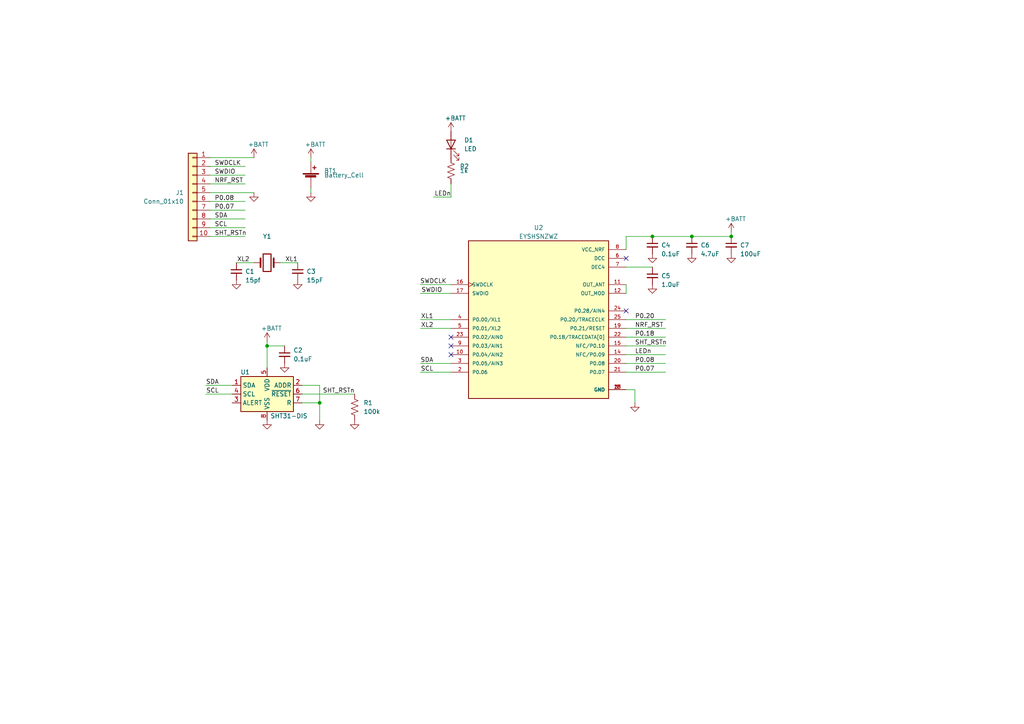
<source format=kicad_sch>
(kicad_sch (version 20201015) (generator eeschema)
  (page 1 1)
  (paper "A4")
  (lib_symbols
    (symbol "Connector_Generic:Conn_01x10" (pin_names (offset 1.016) hide)
      (property "Reference" "J" (at 0 12.7 0))
      (property "Value" "Conn_01x10" (at 0 -15.24 0))
      (symbol "Conn_01x10_1_1"
        (rectangle (start -1.27 -4.953) (end 0 -5.207) (stroke (width 0.1524)))
        (rectangle (start -1.27 -7.493) (end 0 -7.747) (stroke (width 0.1524)))
        (rectangle (start -1.27 -10.033) (end 0 -10.287) (stroke (width 0.1524)))
        (rectangle (start -1.27 -12.573) (end 0 -12.827) (stroke (width 0.1524)))
        (rectangle (start -1.27 -2.413) (end 0 -2.667) (stroke (width 0.1524)))
        (rectangle (start -1.27 2.667) (end 0 2.413) (stroke (width 0.1524)))
        (rectangle (start -1.27 5.207) (end 0 4.953) (stroke (width 0.1524)))
        (rectangle (start -1.27 7.747) (end 0 7.493) (stroke (width 0.1524)))
        (rectangle (start -1.27 10.287) (end 0 10.033) (stroke (width 0.1524)))
        (rectangle (start -1.27 11.43) (end 1.27 -13.97) (stroke (width 0.254)) (fill (type background)))
        (rectangle (start -1.27 0.127) (end 0 -0.127) (stroke (width 0.1524)))
        (pin passive line (at -5.08 10.16 0) (length 3.81) (name "Pin_1") (number "1"))
        (pin passive line (at -5.08 -12.7 0) (length 3.81) (name "Pin_10") (number "10"))
        (pin passive line (at -5.08 7.62 0) (length 3.81) (name "Pin_2") (number "2"))
        (pin passive line (at -5.08 5.08 0) (length 3.81) (name "Pin_3") (number "3"))
        (pin passive line (at -5.08 2.54 0) (length 3.81) (name "Pin_4") (number "4"))
        (pin passive line (at -5.08 0 0) (length 3.81) (name "Pin_5") (number "5"))
        (pin passive line (at -5.08 -2.54 0) (length 3.81) (name "Pin_6") (number "6"))
        (pin passive line (at -5.08 -5.08 0) (length 3.81) (name "Pin_7") (number "7"))
        (pin passive line (at -5.08 -7.62 0) (length 3.81) (name "Pin_8") (number "8"))
        (pin passive line (at -5.08 -10.16 0) (length 3.81) (name "Pin_9") (number "9"))
      )
    )
    (symbol "Device:Battery_Cell" (pin_numbers hide) (pin_names (offset 0) hide)
      (property "Reference" "BT" (at 2.54 2.54 0))
      (property "Value" "Battery_Cell" (at 2.54 0 0))
      (symbol "Battery_Cell_0_1"
        (rectangle (start -2.286 1.778) (end 2.286 1.524) (fill (type outline)))
        (rectangle (start -1.5748 1.1938) (end 1.4732 0.6858) (fill (type outline)))
        (polyline (pts (xy 0 0.762) (xy 0 0)))
        (polyline (pts (xy 0 1.778) (xy 0 2.54)))
        (polyline (pts (xy 0.508 3.429) (xy 1.524 3.429)) (stroke (width 0.254)))
        (polyline (pts (xy 1.016 3.937) (xy 1.016 2.921)) (stroke (width 0.254)))
      )
      (symbol "Battery_Cell_1_1"
        (pin passive line (at 0 5.08 270) (length 2.54) (name "+") (number "1"))
        (pin passive line (at 0 -2.54 90) (length 2.54) (name "-") (number "2"))
      )
    )
    (symbol "Device:C_Small" (pin_numbers hide) (pin_names (offset 0.254) hide)
      (property "Reference" "C" (at 0.254 1.778 0))
      (property "Value" "C_Small" (at 0.254 -2.032 0))
      (symbol "C_Small_0_1"
        (polyline (pts (xy -1.524 -0.508) (xy 1.524 -0.508)) (stroke (width 0.3302)))
        (polyline (pts (xy -1.524 0.508) (xy 1.524 0.508)) (stroke (width 0.3048)))
      )
      (symbol "C_Small_1_1"
        (pin passive line (at 0 2.54 270) (length 2.032) (name "~") (number "1"))
        (pin passive line (at 0 -2.54 90) (length 2.032) (name "~") (number "2"))
      )
    )
    (symbol "Device:Crystal" (pin_numbers hide) (pin_names (offset 1.016) hide)
      (property "Reference" "Y" (at 0 3.81 0))
      (property "Value" "Crystal" (at 0 -3.81 0))
      (symbol "Crystal_0_1"
        (rectangle (start -1.143 2.54) (end 1.143 -2.54) (stroke (width 0.3048)))
        (polyline (pts (xy -2.54 0) (xy -1.905 0)))
        (polyline (pts (xy -1.905 -1.27) (xy -1.905 1.27)) (stroke (width 0.508)))
        (polyline (pts (xy 1.905 -1.27) (xy 1.905 1.27)) (stroke (width 0.508)))
        (polyline (pts (xy 2.54 0) (xy 1.905 0)))
      )
      (symbol "Crystal_1_1"
        (pin passive line (at -3.81 0 0) (length 1.27) (name "1") (number "1"))
        (pin passive line (at 3.81 0 180) (length 1.27) (name "2") (number "2"))
      )
    )
    (symbol "Device:LED" (pin_numbers hide) (pin_names (offset 1.016) hide)
      (property "Reference" "D" (at 0 2.54 0))
      (property "Value" "LED" (at 0 -2.54 0))
      (symbol "LED_0_1"
        (polyline (pts (xy -1.27 -1.27) (xy -1.27 1.27)) (stroke (width 0.254)))
        (polyline (pts (xy -1.27 0) (xy 1.27 0)))
        (polyline (pts (xy 1.27 -1.27) (xy 1.27 1.27) (xy -1.27 0) (xy 1.27 -1.27)) (stroke (width 0.254)))
        (polyline (pts (xy -3.048 -0.762) (xy -4.572 -2.286) (xy -3.81 -2.286) (xy -4.572 -2.286) (xy -4.572 -1.524)))
        (polyline (pts (xy -1.778 -0.762) (xy -3.302 -2.286) (xy -2.54 -2.286) (xy -3.302 -2.286) (xy -3.302 -1.524)))
      )
      (symbol "LED_1_1"
        (pin passive line (at -3.81 0 0) (length 2.54) (name "K") (number "1"))
        (pin passive line (at 3.81 0 180) (length 2.54) (name "A") (number "2"))
      )
    )
    (symbol "Device:R_US" (pin_numbers hide) (pin_names (offset 0))
      (property "Reference" "R" (at 2.54 0 90))
      (property "Value" "R_US" (at -2.54 0 90))
      (symbol "R_US_0_1"
        (polyline (pts (xy 0 -2.286) (xy 0 -2.54)))
        (polyline (pts (xy 0 2.286) (xy 0 2.54)))
        (polyline (pts (xy 0 -0.762) (xy 1.016 -1.143) (xy 0 -1.524) (xy -1.016 -1.905) (xy 0 -2.286)))
        (polyline (pts (xy 0 0.762) (xy 1.016 0.381) (xy 0 0) (xy -1.016 -0.381) (xy 0 -0.762)))
        (polyline (pts (xy 0 2.286) (xy 1.016 1.905) (xy 0 1.524) (xy -1.016 1.143) (xy 0 0.762)))
      )
      (symbol "R_US_1_1"
        (pin passive line (at 0 3.81 270) (length 1.27) (name "~") (number "1"))
        (pin passive line (at 0 -3.81 90) (length 1.27) (name "~") (number "2"))
      )
    )
    (symbol "EYSHSNZWZ:EYSHSNZWZ" (pin_names (offset 1.016))
      (property "Reference" "U" (at -17.8054 22.8854 0))
      (property "Value" "EYSHSNZWZ" (at -17.8054 -25.4508 0))
      (symbol "EYSHSNZWZ_0_0"
        (rectangle (start -20.32 -22.86) (end 20.32 22.86) (stroke (width 0.254)) (fill (type background)))
        (pin power_in line (at 25.4 -20.32 180) (length 5.08) (name "GND") (number "1"))
        (pin power_in line (at 25.4 -20.32 180) (length 5.08) (name "GND") (number "13"))
        (pin power_in line (at 25.4 -20.32 180) (length 5.08) (name "GND") (number "18"))
        (pin power_in line (at 25.4 -20.32 180) (length 5.08) (name "GND") (number "26"))
        (pin bidirectional line (at -25.4 -15.24 0) (length 5.08) (name "P0.06") (number "2"))
        (pin bidirectional line (at -25.4 -12.7 0) (length 5.08) (name "P0.05/AIN3") (number "3"))
        (pin bidirectional line (at -25.4 0 0) (length 5.08) (name "P0.00/XL1") (number "4"))
        (pin bidirectional line (at -25.4 -2.54 0) (length 5.08) (name "P0.01/XL2") (number "5"))
        (pin power_in line (at 25.4 17.78 180) (length 5.08) (name "DCC") (number "6"))
        (pin power_in line (at 25.4 15.24 180) (length 5.08) (name "DEC4") (number "7"))
        (pin power_in line (at 25.4 20.32 180) (length 5.08) (name "VCC_NRF") (number "8"))
        (pin bidirectional line (at -25.4 -7.62 0) (length 5.08) (name "P0.03/AIN1") (number "9"))
        (pin bidirectional line (at -25.4 -10.16 0) (length 5.08) (name "P0.04/AIN2") (number "10"))
        (pin output line (at 25.4 10.16 180) (length 5.08) (name "OUT_ANT") (number "11"))
        (pin output line (at 25.4 7.62 180) (length 5.08) (name "OUT_MOD") (number "12"))
        (pin bidirectional line (at 25.4 -10.16 180) (length 5.08) (name "NFC/P0.09") (number "14"))
        (pin bidirectional line (at 25.4 -7.62 180) (length 5.08) (name "NFC/P0.10") (number "15"))
        (pin input clock (at -25.4 10.16 0) (length 5.08) (name "SWDCLK") (number "16"))
        (pin bidirectional line (at -25.4 7.62 0) (length 5.08) (name "SWDIO") (number "17"))
        (pin bidirectional line (at 25.4 -2.54 180) (length 5.08) (name "P0.21/RESET") (number "19"))
        (pin bidirectional line (at 25.4 -12.7 180) (length 5.08) (name "P0.08") (number "20"))
        (pin bidirectional line (at 25.4 -15.24 180) (length 5.08) (name "P0.07") (number "21"))
        (pin bidirectional line (at 25.4 -5.08 180) (length 5.08) (name "P0.18/TRACEDATA[0]") (number "22"))
        (pin bidirectional line (at -25.4 -5.08 0) (length 5.08) (name "P0.02/AIN0") (number "23"))
        (pin bidirectional line (at 25.4 2.54 180) (length 5.08) (name "P0.28/AIN4") (number "24"))
        (pin bidirectional line (at 25.4 0 180) (length 5.08) (name "P0.20/TRACECLK") (number "25"))
      )
    )
    (symbol "Sensor_Humidity:SHT31-DIS"
      (property "Reference" "U" (at -6.35 6.35 0))
      (property "Value" "SHT31-DIS" (at 6.35 6.35 0))
      (symbol "SHT31-DIS_0_1"
        (rectangle (start -7.62 5.08) (end 7.62 -5.08) (stroke (width 0.254)) (fill (type background)))
      )
      (symbol "SHT31-DIS_1_1"
        (pin bidirectional line (at 10.16 2.54 180) (length 2.54) (name "SDA") (number "1"))
        (pin input line (at -10.16 2.54 0) (length 2.54) (name "ADDR") (number "2"))
        (pin output line (at 10.16 -2.54 180) (length 2.54) (name "ALERT") (number "3"))
        (pin input line (at 10.16 0 180) (length 2.54) (name "SCL") (number "4"))
        (pin power_in line (at 0 7.62 270) (length 2.54) (name "VDD") (number "5"))
        (pin input line (at -10.16 0 0) (length 2.54) (name "~RESET") (number "6"))
        (pin passive line (at -10.16 -2.54 0) (length 2.54) (name "R") (number "7"))
        (pin power_in line (at 0 -7.62 90) (length 2.54) (name "VSS") (number "8"))
        (pin passive line (at 0 -7.62 90) (length 2.54) hide (name "VSS") (number "9"))
      )
    )
    (symbol "power:+BATT" (power) (pin_names (offset 0))
      (property "Value" "+BATT" (at 0 3.556 0))
      (symbol "+BATT_0_1"
        (polyline (pts (xy -0.762 1.27) (xy 0 2.54)))
        (polyline (pts (xy 0 0) (xy 0 2.54)))
        (polyline (pts (xy 0 2.54) (xy 0.762 1.27)))
      )
      (symbol "+BATT_1_1"
        (pin power_in line (at 0 0 90) (length 0) hide (name "+BATT") (number "1"))
      )
    )
    (symbol "power:GND" (power) (pin_names (offset 0))
      (property "Value" "GND" (at 0 -3.81 0))
      (symbol "GND_0_1"
        (polyline (pts (xy 0 0) (xy 0 -1.27) (xy 1.27 -1.27) (xy 0 -2.54) (xy -1.27 -1.27) (xy 0 -1.27)))
      )
      (symbol "GND_1_1"
        (pin power_in line (at 0 0 270) (length 0) hide (name "GND") (number "1"))
      )
    )
  )
  (junction (at 77.47 100.33) (diameter 0.9144))
  (junction (at 92.71 116.84) (diameter 0.9144))
  (junction (at 189.23 68.58) (diameter 0.9144))
  (junction (at 200.66 68.58) (diameter 0.9144))
  (junction (at 212.09 68.58) (diameter 0.9144))
  (no_connect (at 181.61 74.93))
  (no_connect (at 130.81 97.79))
  (no_connect (at 130.81 100.33))
  (no_connect (at 181.61 90.17))
  (no_connect (at 130.81 102.87))
  (wire (pts (xy 59.69 111.76) (xy 67.31 111.76)))
  (wire (pts (xy 59.69 114.3) (xy 67.31 114.3)))
  (wire (pts (xy 60.96 45.72) (xy 73.66 45.72)))
  (wire (pts (xy 60.96 48.26) (xy 71.12 48.26)))
  (wire (pts (xy 60.96 50.8) (xy 71.12 50.8)))
  (wire (pts (xy 60.96 53.34) (xy 71.12 53.34)))
  (wire (pts (xy 60.96 55.88) (xy 73.66 55.88)))
  (wire (pts (xy 60.96 58.42) (xy 71.12 58.42)))
  (wire (pts (xy 60.96 60.96) (xy 71.12 60.96)))
  (wire (pts (xy 60.96 63.5) (xy 71.12 63.5)))
  (wire (pts (xy 60.96 66.04) (xy 71.12 66.04)))
  (wire (pts (xy 60.96 68.58) (xy 71.12 68.58)))
  (wire (pts (xy 68.58 76.2) (xy 73.66 76.2)))
  (wire (pts (xy 77.47 99.06) (xy 77.47 100.33)))
  (wire (pts (xy 77.47 100.33) (xy 77.47 106.68)))
  (wire (pts (xy 77.47 100.33) (xy 82.55 100.33)))
  (wire (pts (xy 81.28 76.2) (xy 86.36 76.2)))
  (wire (pts (xy 87.63 111.76) (xy 92.71 111.76)))
  (wire (pts (xy 87.63 114.3) (xy 102.87 114.3)))
  (wire (pts (xy 87.63 116.84) (xy 92.71 116.84)))
  (wire (pts (xy 90.17 45.72) (xy 90.17 46.99)))
  (wire (pts (xy 90.17 54.61) (xy 90.17 55.88)))
  (wire (pts (xy 92.71 111.76) (xy 92.71 116.84)))
  (wire (pts (xy 92.71 116.84) (xy 92.71 121.92)))
  (wire (pts (xy 121.92 82.55) (xy 130.81 82.55)))
  (wire (pts (xy 121.92 85.09) (xy 130.81 85.09)))
  (wire (pts (xy 121.92 92.71) (xy 130.81 92.71)))
  (wire (pts (xy 121.92 95.25) (xy 130.81 95.25)))
  (wire (pts (xy 121.92 105.41) (xy 130.81 105.41)))
  (wire (pts (xy 121.92 107.95) (xy 130.81 107.95)))
  (wire (pts (xy 125.73 57.15) (xy 130.81 57.15)))
  (wire (pts (xy 130.81 53.34) (xy 130.81 57.15)))
  (wire (pts (xy 181.61 68.58) (xy 181.61 72.39)))
  (wire (pts (xy 181.61 68.58) (xy 189.23 68.58)))
  (wire (pts (xy 181.61 77.47) (xy 189.23 77.47)))
  (wire (pts (xy 181.61 82.55) (xy 181.61 85.09)))
  (wire (pts (xy 181.61 92.71) (xy 193.04 92.71)))
  (wire (pts (xy 181.61 95.25) (xy 193.04 95.25)))
  (wire (pts (xy 181.61 97.79) (xy 193.04 97.79)))
  (wire (pts (xy 181.61 100.33) (xy 193.04 100.33)))
  (wire (pts (xy 181.61 102.87) (xy 193.04 102.87)))
  (wire (pts (xy 181.61 105.41) (xy 193.04 105.41)))
  (wire (pts (xy 181.61 107.95) (xy 193.04 107.95)))
  (wire (pts (xy 184.15 113.03) (xy 181.61 113.03)))
  (wire (pts (xy 184.15 116.84) (xy 184.15 113.03)))
  (wire (pts (xy 189.23 68.58) (xy 200.66 68.58)))
  (wire (pts (xy 200.66 68.58) (xy 212.09 68.58)))
  (wire (pts (xy 212.09 67.31) (xy 212.09 68.58)))
  (label "SWDCLK" (at 62.23 48.26 0))
  (label "SWDIO" (at 62.23 50.8 0))
  (label "NRF_RST" (at 62.23 53.34 0))
  (label "P0.08" (at 62.23 58.42 0))
  (label "P0.07" (at 62.23 60.96 0))
  (label "SDA" (at 62.23 63.5 0))
  (label "SCL" (at 62.23 66.04 0))
  (label "SHT_RSTn" (at 62.23 68.58 0))
  (label "SDA" (at 63.5 111.76 180))
  (label "SCL" (at 63.5 114.3 180))
  (label "XL2" (at 72.39 76.2 180))
  (label "XL1" (at 86.36 76.2 180))
  (label "SHT_RSTn" (at 102.87 114.3 180))
  (label "XL1" (at 125.73 92.71 180))
  (label "XL2" (at 125.73 95.25 180))
  (label "SDA" (at 125.73 105.41 180))
  (label "SCL" (at 125.73 107.95 180))
  (label "SWDIO" (at 128.27 85.09 180))
  (label "SWDCLK" (at 129.54 82.55 180))
  (label "LEDn" (at 130.81 57.15 180))
  (label "P0.20" (at 184.15 92.71 0))
  (label "NRF_RST" (at 184.15 95.25 0))
  (label "P0.18" (at 184.15 97.79 0))
  (label "SHT_RSTn" (at 184.15 100.33 0))
  (label "LEDn" (at 184.15 102.87 0))
  (label "P0.08" (at 184.15 105.41 0))
  (label "P0.07" (at 184.15 107.95 0))
  (symbol (lib_id "power:+BATT") (at 73.66 45.72 0) (unit 1)
    (property "Reference" "#PWR02" (effects hide))
    (property "Value" "+BATT" (at 74.93 41.91 0))
  )
  (symbol (lib_id "power:+BATT") (at 77.47 99.06 0) (unit 1)
    (property "Reference" "#PWR04" (effects hide))
    (property "Value" "+BATT" (at 78.74 95.25 0))
  )
  (symbol (lib_id "power:+BATT") (at 90.17 45.72 0) (unit 1)
    (property "Reference" "#PWR08" (effects hide))
    (property "Value" "+BATT" (at 91.44 41.91 0))
  )
  (symbol (lib_id "power:+BATT") (at 130.81 38.1 0) (unit 1)
    (property "Reference" "#PWR012" (effects hide))
    (property "Value" "+BATT" (at 132.08 34.29 0))
  )
  (symbol (lib_id "power:+BATT") (at 212.09 67.31 0) (unit 1)
    (property "Reference" "#PWR017" (effects hide))
    (property "Value" "+BATT" (at 213.36 63.5 0))
  )
  (symbol (lib_id "power:GND") (at 68.58 81.28 0) (unit 1)
    (property "Reference" "#PWR01" (effects hide))
    (property "Value" "GND" (effects hide))
  )
  (symbol (lib_id "power:GND") (at 73.66 55.88 0) (unit 1)
    (property "Reference" "#PWR03" (effects hide))
    (property "Value" "GND" (effects hide))
  )
  (symbol (lib_id "power:GND") (at 77.47 121.92 0) (unit 1)
    (property "Reference" "#PWR05" (effects hide))
    (property "Value" "GND" (effects hide))
  )
  (symbol (lib_id "power:GND") (at 82.55 105.41 0) (unit 1)
    (property "Reference" "#PWR06" (effects hide))
    (property "Value" "GND" (effects hide))
  )
  (symbol (lib_id "power:GND") (at 86.36 81.28 0) (unit 1)
    (property "Reference" "#PWR07" (effects hide))
    (property "Value" "GND" (effects hide))
  )
  (symbol (lib_id "power:GND") (at 90.17 55.88 0) (unit 1)
    (property "Reference" "#PWR09" (effects hide))
    (property "Value" "GND" (effects hide))
  )
  (symbol (lib_id "power:GND") (at 92.71 121.92 0) (unit 1)
    (property "Reference" "#PWR010" (effects hide))
    (property "Value" "GND" (effects hide))
  )
  (symbol (lib_id "power:GND") (at 102.87 121.92 0) (unit 1)
    (property "Reference" "#PWR011" (effects hide))
    (property "Value" "GND" (effects hide))
  )
  (symbol (lib_id "power:GND") (at 184.15 116.84 0) (unit 1)
    (property "Reference" "#PWR013" (effects hide))
    (property "Value" "GND" (effects hide))
  )
  (symbol (lib_id "power:GND") (at 189.23 73.66 0) (unit 1)
    (property "Reference" "#PWR014" (effects hide))
    (property "Value" "GND" (effects hide))
  )
  (symbol (lib_id "power:GND") (at 189.23 82.55 0) (unit 1)
    (property "Reference" "#PWR015" (effects hide))
    (property "Value" "GND" (effects hide))
  )
  (symbol (lib_id "power:GND") (at 200.66 73.66 0) (unit 1)
    (property "Reference" "#PWR016" (effects hide))
    (property "Value" "GND" (effects hide))
  )
  (symbol (lib_id "power:GND") (at 212.09 73.66 0) (unit 1)
    (property "Reference" "#PWR018" (effects hide))
    (property "Value" "GND" (effects hide))
  )
  (symbol (lib_id "Device:R_US") (at 102.87 118.11 0) (unit 1)
    (property "Reference" "R1" (at 105.41 116.84 0) (effects (justify left)))
    (property "Value" "100k" (at 105.41 119.38 0) (effects (justify left)))
    (property "Footprint" "Resistor_SMD:R_0603_1608Metric_Pad0.98x0.95mm_HandSolder" (effects hide))
  )
  (symbol (lib_id "Device:R_US") (at 130.81 49.53 0) (unit 1)
    (property "Reference" "R2" (at 133.35 48.26 0) (effects (justify left)))
    (property "Value" "1k" (at 133.35 49.53 0) (effects (justify left)))
    (property "Footprint" "Resistor_SMD:R_0603_1608Metric_Pad0.98x0.95mm_HandSolder" (effects hide))
  )
  (symbol (lib_id "Device:C_Small") (at 68.58 78.74 0) (unit 1)
    (property "Reference" "C1" (at 71.12 78.74 0) (effects (justify left)))
    (property "Value" "15pf" (at 71.12 81.28 0) (effects (justify left)))
    (property "Footprint" "Capacitor_SMD:C_0402_1005Metric_Pad0.74x0.62mm_HandSolder" (effects hide))
  )
  (symbol (lib_id "Device:C_Small") (at 82.55 102.87 0) (unit 1)
    (property "Reference" "C2" (at 85.09 101.6 0) (effects (justify left)))
    (property "Value" "0.1uF" (at 85.09 104.14 0) (effects (justify left)))
    (property "Footprint" "Capacitor_SMD:C_0402_1005Metric_Pad0.74x0.62mm_HandSolder" (effects hide))
  )
  (symbol (lib_id "Device:C_Small") (at 86.36 78.74 0) (unit 1)
    (property "Reference" "C3" (at 88.9 78.74 0) (effects (justify left)))
    (property "Value" "15pF" (at 88.9 81.28 0) (effects (justify left)))
    (property "Footprint" "Capacitor_SMD:C_0402_1005Metric_Pad0.74x0.62mm_HandSolder" (effects hide))
  )
  (symbol (lib_id "Device:C_Small") (at 189.23 71.12 0) (unit 1)
    (property "Reference" "C4" (at 191.77 71.12 0) (effects (justify left)))
    (property "Value" "0.1uF" (at 191.77 73.66 0) (effects (justify left)))
    (property "Footprint" "Capacitor_SMD:C_0402_1005Metric_Pad0.74x0.62mm_HandSolder" (effects hide))
  )
  (symbol (lib_id "Device:C_Small") (at 189.23 80.01 0) (unit 1)
    (property "Reference" "C5" (at 191.77 80.01 0) (effects (justify left)))
    (property "Value" "1.0uF" (at 191.77 82.55 0) (effects (justify left)))
    (property "Footprint" "Capacitor_SMD:C_0402_1005Metric_Pad0.74x0.62mm_HandSolder" (effects hide))
  )
  (symbol (lib_id "Device:C_Small") (at 200.66 71.12 0) (unit 1)
    (property "Reference" "C6" (at 203.2 71.12 0) (effects (justify left)))
    (property "Value" "4.7uF" (at 203.2 73.66 0) (effects (justify left)))
    (property "Footprint" "Capacitor_SMD:C_0402_1005Metric_Pad0.74x0.62mm_HandSolder" (effects hide))
  )
  (symbol (lib_id "Device:C_Small") (at 212.09 71.12 0) (unit 1)
    (property "Reference" "C7" (at 214.63 71.12 0) (effects (justify left)))
    (property "Value" "100uF" (at 214.63 73.66 0) (effects (justify left)))
    (property "Footprint" "Capacitor_SMD:C_1210_3225Metric_Pad1.33x2.70mm_HandSolder" (effects hide))
    (property "Datasheet" "https://ds.yuden.co.jp/TYCOMPAS/ut/detail?pn=JMK325ABJ107MM-P%20%20&u=M" (effects hide))
    (property "MFPN" "JMK325ABJ107MM-P" (effects hide))
    (property "DigiKeyPN" "587-4313-1-ND" (effects hide))
  )
  (symbol (lib_id "Device:LED") (at 130.81 41.91 90) (unit 1)
    (property "Reference" "D1" (at 134.62 40.64 90) (effects (justify right)))
    (property "Value" "LED" (at 134.62 43.18 90) (effects (justify right)))
    (property "Footprint" "LED_SMD:LED_0603_1608Metric_Pad1.05x0.95mm_HandSolder" (effects hide))
    (property "Datasheet" "https://www.we-online.de/katalog/datasheet/150060RS75000.pdf" (effects hide))
    (property "DigiKeyPN" "732-4978-1-ND" (effects hide))
    (property "MFPN" "150060RS75000" (effects hide))
  )
  (symbol (lib_id "Device:Battery_Cell") (at 90.17 52.07 0) (unit 1)
    (property "Reference" "BT1" (at 93.98 49.53 0) (effects (justify left)))
    (property "Value" "Battery_Cell" (at 93.98 50.8 0) (effects (justify left)))
    (property "Footprint" "Battery:BatteryHolder_Keystone_3002_1x2032" (effects hide))
    (property "MFPN" "3002" (effects hide))
    (property "DigiKeyPN" "36-3002-ND" (effects hide))
    (property "Manufacturer" "Keystone Electronics" (effects hide))
  )
  (symbol (lib_id "Device:Crystal") (at 77.47 76.2 0) (unit 1)
    (property "Reference" "Y1" (at 77.47 68.58 0))
    (property "Value" "Crystal" (effects hide))
    (property "Footprint" "TinyBLE:FC-12M 32.7680KA-A3" (effects hide))
  )
  (symbol (lib_id "Connector_Generic:Conn_01x10") (at 55.88 55.88 0) (mirror y) (unit 1)
    (property "Reference" "J1" (at 53.34 55.88 0) (effects (justify left)))
    (property "Value" "Conn_01x10" (at 53.34 58.42 0) (effects (justify left)))
    (property "Footprint" "Connector_PinHeader_2.54mm:PinHeader_1x10_P2.54mm_Vertical" (effects hide))
  )
  (symbol (lib_id "Sensor_Humidity:SHT31-DIS") (at 77.47 114.3 0) (mirror y) (unit 1)
    (property "Reference" "U1" (at 71.12 107.95 0))
    (property "Value" "SHT31-DIS" (at 83.82 120.65 0))
    (property "Footprint" "Sensor_Humidity:Sensirion_DFN-8-1EP_2.5x2.5mm_P0.5mm_EP1.1x1.7mm" (effects hide))
    (property "Datasheet" "https://www.sensirion.com/fileadmin/user_upload/customers/sensirion/Dokumente/2_Humidity_Sensors/Datasheets/Sensirion_Humidity_Sensors_SHT3x_Datasheet_digital.pdf" (effects hide))
  )
  (symbol (lib_id "EYSHSNZWZ:EYSHSNZWZ") (at 156.21 92.71 0) (unit 1)
    (property "Reference" "U2" (at 156.21 66.04 0))
    (property "Value" "EYSHSNZWZ" (at 156.21 68.58 0))
    (property "Footprint" "TinyBLE:XCVR_EYSHSNZWZ" (effects hide))
    (property "STANDARD" "Manufacturer recommendations" (effects hide))
    (property "PARTREV" "1.2" (effects hide))
    (property "MANUFACTURER" "TAIYO YUDEN CO" (effects hide))
  )
)
</source>
